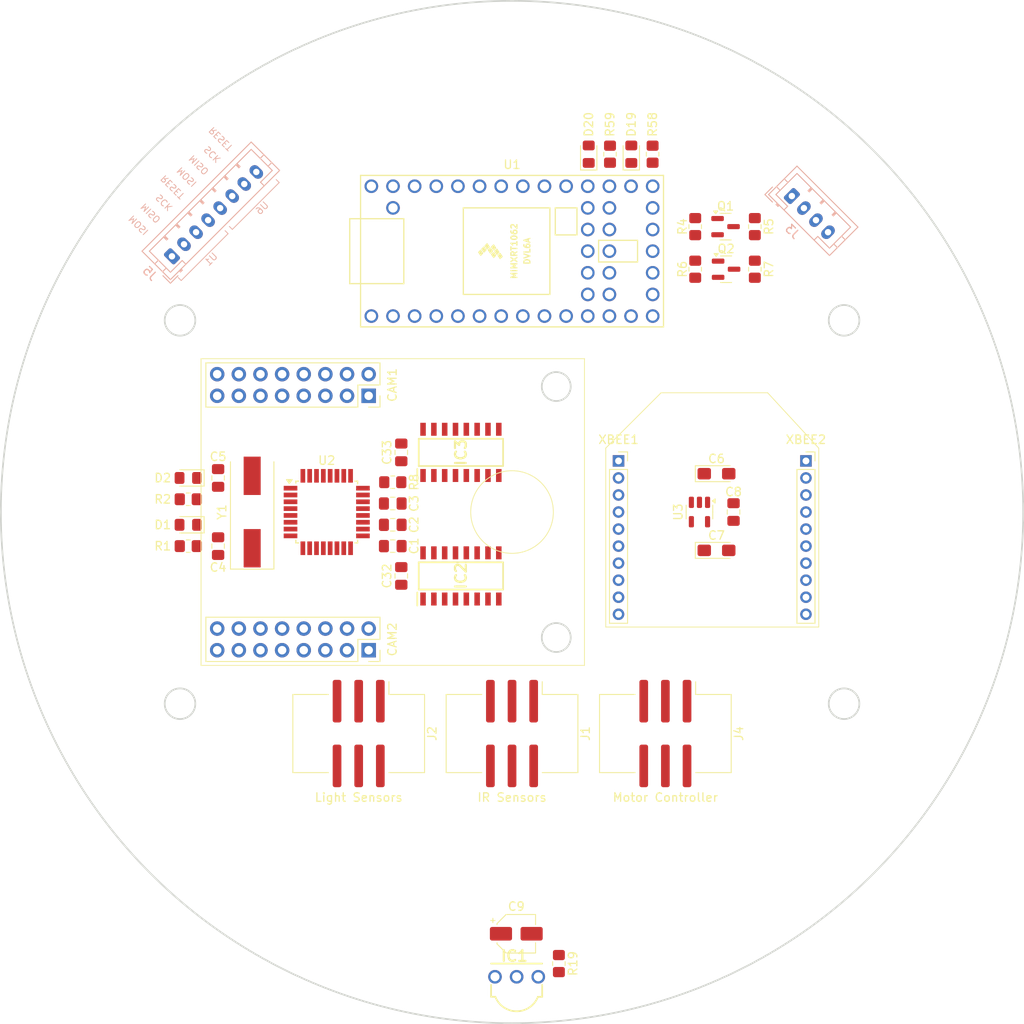
<source format=kicad_pcb>
(kicad_pcb (version 20241229) (generator "pcbnew") (generator_version "9.0")
  (layers (0 "F.Cu" signal) (2 "B.Cu" signal) (13 "F.Paste" user) (15 "B.Paste" user) (5 "F.SilkS" user "F.Silkscreen") (7 "B.SilkS" user "B.Silkscreen") (1 "F.Mask" user) (3 "B.Mask" user) (25 "Edge.Cuts" user))
  (net 0 "")
  (net 1 "GND")
  (net 2 "+5V")
  (net 3 "Net-(U2-AREF)")
  (net 4 "Net-(U2-XTAL2{slash}PB7)")
  (net 5 "Net-(U2-XTAL1{slash}PB6)")
  (net 6 "Net-(D1-A)")
  (net 7 "Net-(D2-A)")
  (net 8 "Net-(D19-A)")
  (net 9 "Net-(D20-A)")
  (net 10 "Net-(J1-Pin_4)")
  (net 11 "Net-(J1-Pin_1)")
  (net 12 "Net-(J1-Pin_3)")
  (net 13 "Net-(J1-Pin_5)")
  (net 14 "5V_SDA")
  (net 15 "5V_SCL")
  (net 16 "3V3_SDA")
  (net 17 "+3V3")
  (net 18 "3V3_SCL")
  (net 19 "Net-(U2-PB2)")
  (net 20 "STATUS_RED")
  (net 21 "STATUS_GREEN")
  (net 57 "IRC_3_A2")
  (net 59 "IRC_1_A1")
  (net 60 "IRC_1_A0")
  (net 61 "IR_CLUSTER_1")
  (net 62 "IRC_2_A2")
  (net 65 "IR_CLUSTER_2")
  (net 67 "IR_CLUSTER_3")
  (net 69 "IRC_2_A0")
  (net 70 "IRC_3_A0")
  (net 71 "IRC_2_A1")
  (net 72 "IRC_1_A2")
  (net 74 "IRC_3_A1")
  (net 84 "CAMERA_RX")
  (net 85 "CAMERA_TX")
  (net 104 "SCK_U1")
  (net 105 "MOSI_U1")
  (net 106 "RESET_U1")
  (net 107 "MISO_U1")
  (net 108 "SCK_U6")
  (net 109 "RESET_U6")
  (net 110 "MISO_U6")
  (net 111 "MOSI_U6")
  (net 112 "+3V3_XBEE")
  (net 114 "COM_TX")
  (net 119 "COM_RX")
  (net 120 "XBEE_RSSI")
  (net 155 "Net-(IC1-VS)")
  (net 156 "Net-(IC1-OUT)")
  (footprint "Crystal:Crystal_SMD_HC49-SD" (layer "F.Cu") (at -30.5 0 90)
    (property "Reference" "Y1" (at 0 -3.55 90) (layer "F.SilkS"))
    (property "Value" "Crystal")
    (pad "1" smd rect (at -4.25 0 90) (size 4.5 2) (layers "F.Cu" "F.Mask" "F.Paste") (net 4 "Net-(U2-XTAL2{slash}PB7)"))
    (pad "2" smd rect (at 4.25 0 90) (size 4.5 2) (layers "F.Cu" "F.Mask" "F.Paste") (net 5 "Net-(U2-XTAL1{slash}PB6)"))
  )
  (footprint "TSOP4038:TSSP4038" (layer "F.Cu") (at 0.54 56)
    (property "Reference" "IC1" (at -0.266 -3.887 0) (layer "F.SilkS") (effects (font (size 1.27 1.27) (thickness 0.254))))
    (property "Value" "TSSP4038" (hide yes))
    (pad "1" thru_hole circle (at -2.54 -1.45) (size 1.6 1.6) (drill 1.06) (layers "*.Cu" "*.Mask") (net 156 "Net-(IC1-OUT)"))
    (pad "2" thru_hole circle (at 0 -1.45) (size 1.6 1.6) (drill 1.06) (layers "*.Cu" "*.Mask") (net 1 "GND"))
    (pad "3" thru_hole circle (at 2.54 -1.45) (size 1.6 1.6) (drill 1.06) (layers "*.Cu" "*.Mask") (net 155 "Net-(IC1-VS)"))
  )
  (footprint "LED_SMD:LED_0805_2012Metric_Pad1.15x1.40mm_HandSolder" (layer "F.Cu") (at -38 1.5 180)
    (property "Reference" "D1" (at 3 0 0) (layer "F.SilkS"))
    (property "Value" "GREEN_LED")
    (pad "1" smd roundrect (at -1.025 0 180) (size 1.15 1.4) (layers "F.Cu" "F.Mask" "F.Paste") (roundrect_rratio 0.217391) (net 1 "GND"))
    (pad "2" smd roundrect (at 1.025 0 180) (size 1.15 1.4) (layers "F.Cu" "F.Mask" "F.Paste") (roundrect_rratio 0.217391) (net 6 "Net-(D1-A)"))
  )
  (footprint "Capacitor_SMD:C_0805_2012Metric_Pad1.18x1.45mm_HandSolder" (layer "F.Cu") (at -14 4 180)
    (property "Reference" "C1" (at -2.5 0.02 90) (layer "F.SilkS"))
    (property "Value" "100nF")
    (pad "1" smd roundrect (at -1.0375 0 180) (size 1.175 1.45) (layers "F.Cu" "F.Mask" "F.Paste") (roundrect_rratio 0.212766) (net 1 "GND"))
    (pad "2" smd roundrect (at 1.0375 0 180) (size 1.175 1.45) (layers "F.Cu" "F.Mask" "F.Paste") (roundrect_rratio 0.212766) (net 2 "+5V"))
  )
  (footprint "Connector_IDC:IDC-Header_2x03_P2.54mm_Vertical_SMD" (layer "F.Cu") (at 18 26 -90)
    (property "Reference" "J4" (at 0 -8.62 90) (layer "F.SilkS"))
    (property "Value" "Conn_02x03_Odd_Even")
    (pad "1" smd roundrect (at -3.8 -2.54 270) (size 5 1.02) (layers "F.Cu" "F.Mask" "F.Paste") (net 110 "MISO_U6"))
    (pad "2" smd roundrect (at 3.8 -2.54 270) (size 5 1.02) (layers "F.Cu" "F.Mask" "F.Paste") (net 2 "+5V"))
    (pad "3" smd roundrect (at -3.8 0 270) (size 5 1.02) (layers "F.Cu" "F.Mask" "F.Paste") (net 108 "SCK_U6"))
    (pad "4" smd roundrect (at 3.8 0 270) (size 5 1.02) (layers "F.Cu" "F.Mask" "F.Paste") (net 111 "MOSI_U6"))
    (pad "5" smd roundrect (at -3.8 2.54 270) (size 5 1.02) (layers "F.Cu" "F.Mask" "F.Paste") (net 109 "RESET_U6"))
    (pad "6" smd roundrect (at 3.8 2.54 270) (size 5 1.02) (layers "F.Cu" "F.Mask" "F.Paste") (net 1 "GND"))
  )
  (footprint "Resistor_SMD:R_0805_2012Metric_Pad1.20x1.40mm_HandSolder" (layer "F.Cu") (at 21.5 -28.5 -90)
    (property "Reference" "R6" (at 0 1.5 90) (layer "F.SilkS"))
    (property "Value" "10k")
    (pad "1" smd roundrect (at -1 0 270) (size 1.2 1.4) (layers "F.Cu" "F.Mask" "F.Paste") (roundrect_rratio 0.208333) (net 17 "+3V3"))
    (pad "2" smd roundrect (at 1 0 270) (size 1.2 1.4) (layers "F.Cu" "F.Mask" "F.Paste") (roundrect_rratio 0.208333) (net 18 "3V3_SCL"))
  )
  (footprint "ADG608BRZ:SOIC127P600X175-16N" (layer "F.Cu") (at -6 -7 90)
    (property "Reference" "IC3" (at 0 0 90) (layer "F.SilkS") (effects (font (size 1.27 1.27) (thickness 0.254))))
    (property "Value" "ADG608BRZ" (hide yes))
    (pad "1" smd rect (at -2.712 -4.445 180) (size 0.65 1.525) (layers "F.Cu" "F.Mask" "F.Paste"))
    (pad "2" smd rect (at -2.712 -3.175 180) (size 0.65 1.525) (layers "F.Cu" "F.Mask" "F.Paste") (net 2 "+5V"))
    (pad "3" smd rect (at -2.712 -1.905 180) (size 0.65 1.525) (layers "F.Cu" "F.Mask" "F.Paste") (net 1 "GND"))
    (pad "4" smd rect (at -2.712 -0.635 180) (size 0.65 1.525) (layers "F.Cu" "F.Mask" "F.Paste"))
    (pad "5" smd rect (at -2.712 0.635 180) (size 0.65 1.525) (layers "F.Cu" "F.Mask" "F.Paste"))
    (pad "6" smd rect (at -2.712 1.905 180) (size 0.65 1.525) (layers "F.Cu" "F.Mask" "F.Paste"))
    (pad "7" smd rect (at -2.712 3.175 180) (size 0.65 1.525) (layers "F.Cu" "F.Mask" "F.Paste"))
    (pad "8" smd rect (at -2.712 4.445 180) (size 0.65 1.525) (layers "F.Cu" "F.Mask" "F.Paste"))
    (pad "9" smd rect (at 2.712 4.445 180) (size 0.65 1.525) (layers "F.Cu" "F.Mask" "F.Paste"))
    (pad "10" smd rect (at 2.712 3.175 180) (size 0.65 1.525) (layers "F.Cu" "F.Mask" "F.Paste"))
    (pad "11" smd rect (at 2.712 1.905 180) (size 0.65 1.525) (layers "F.Cu" "F.Mask" "F.Paste"))
    (pad "12" smd rect (at 2.712 0.635 180) (size 0.65 1.525) (layers "F.Cu" "F.Mask" "F.Paste"))
    (pad "13" smd rect (at 2.712 -0.635 180) (size 0.65 1.525) (layers "F.Cu" "F.Mask" "F.Paste") (net 2 "+5V"))
    (pad "14" smd rect (at 2.712 -1.905 180) (size 0.65 1.525) (layers "F.Cu" "F.Mask" "F.Paste") (net 1 "GND"))
    (pad "15" smd rect (at 2.712 -3.175 180) (size 0.65 1.525) (layers "F.Cu" "F.Mask" "F.Paste"))
    (pad "16" smd rect (at 2.712 -4.445 180) (size 0.65 1.525) (layers "F.Cu" "F.Mask" "F.Paste"))
  )
  (footprint "Resistor_SMD:R_0805_2012Metric_Pad1.20x1.40mm_HandSolder" (layer "F.Cu") (at 28.5 -28.5 -90)
    (property "Reference" "R7" (at 0 -1.65 90) (layer "F.SilkS"))
    (property "Value" "10k")
    (pad "1" smd roundrect (at -1 0 270) (size 1.2 1.4) (layers "F.Cu" "F.Mask" "F.Paste") (roundrect_rratio 0.208333) (net 2 "+5V"))
    (pad "2" smd roundrect (at 1 0 270) (size 1.2 1.4) (layers "F.Cu" "F.Mask" "F.Paste") (roundrect_rratio 0.208333) (net 15 "5V_SCL"))
  )
  (footprint "Resistor_SMD:R_0805_2012Metric_Pad1.20x1.40mm_HandSolder" (layer "F.Cu") (at -14 -3.5)
    (property "Reference" "R8" (at 2.5 0 90) (layer "F.SilkS"))
    (property "Value" "10k")
    (pad "1" smd roundrect (at -1 0) (size 1.2 1.4) (layers "F.Cu" "F.Mask" "F.Paste") (roundrect_rratio 0.208333) (net 13 "Net-(J1-Pin_5)"))
    (pad "2" smd roundrect (at 1 0) (size 1.2 1.4) (layers "F.Cu" "F.Mask" "F.Paste") (roundrect_rratio 0.208333) (net 1 "GND"))
  )
  (footprint "LED_SMD:LED_0805_2012Metric_Pad1.15x1.40mm_HandSolder" (layer "F.Cu") (at -38 -4 180)
    (property "Reference" "D2" (at 3 0 0) (layer "F.SilkS"))
    (property "Value" "RED_LED")
    (pad "1" smd roundrect (at -1.025 0 180) (size 1.15 1.4) (layers "F.Cu" "F.Mask" "F.Paste") (roundrect_rratio 0.217391) (net 1 "GND"))
    (pad "2" smd roundrect (at 1.025 0 180) (size 1.15 1.4) (layers "F.Cu" "F.Mask" "F.Paste") (roundrect_rratio 0.217391) (net 7 "Net-(D2-A)"))
  )
  (footprint "Resistor_SMD:R_0805_2012Metric_Pad1.20x1.40mm_HandSolder" (layer "F.Cu") (at 16.5 -42 90)
    (property "Reference" "R58" (at 3.5 0 90) (layer "F.SilkS"))
    (property "Value" "330")
    (pad "1" smd roundrect (at -1 0 90) (size 1.2 1.4) (layers "F.Cu" "F.Mask" "F.Paste") (roundrect_rratio 0.208333) (net 20 "STATUS_RED"))
    (pad "2" smd roundrect (at 1 0 90) (size 1.2 1.4) (layers "F.Cu" "F.Mask" "F.Paste") (roundrect_rratio 0.208333) (net 8 "Net-(D19-A)"))
  )
  (footprint "Teensy:Teensy40" (layer "F.Cu") (at 0 -30.62)
    (property "Reference" "U1" (at 0 -10.16 0) (layer "F.SilkS"))
    (property "Value" "Teensy4.0")
    (fp_text user "MIMXRT1062" (at 0.254 0 90) (layer "F.SilkS") (effects (font (size 0.7 0.7))))
    (fp_text user "DVL6A" (at 1.778 0 90) (layer "F.SilkS") (effects (font (size 0.7 0.7))))
    (pad "1" thru_hole circle (at -16.51 7.62) (size 1.6 1.6) (drill 1.1) (layers "*.Cu" "*.Mask") (net 1 "GND"))
    (pad "2" thru_hole circle (at -13.97 7.62) (size 1.6 1.6) (drill 1.1) (layers "*.Cu" "*.Mask"))
    (pad "3" thru_hole circle (at -11.43 7.62) (size 1.6 1.6) (drill 1.1) (layers "*.Cu" "*.Mask"))
    (pad "4" thru_hole circle (at -8.89 7.62) (size 1.6 1.6) (drill 1.1) (layers "*.Cu" "*.Mask"))
    (pad "5" thru_hole circle (at -6.35 7.62) (size 1.6 1.6) (drill 1.1) (layers "*.Cu" "*.Mask"))
    (pad "6" thru_hole circle (at -3.81 7.62) (size 1.6 1.6) (drill 1.1) (layers "*.Cu" "*.Mask"))
    (pad "7" thru_hole circle (at -1.27 7.62) (size 1.6 1.6) (drill 1.1) (layers "*.Cu" "*.Mask"))
    (pad "8" thru_hole circle (at 1.27 7.62) (size 1.6 1.6) (drill 1.1) (layers "*.Cu" "*.Mask"))
    (pad "9" thru_hole circle (at 3.81 7.62) (size 1.6 1.6) (drill 1.1) (layers "*.Cu" "*.Mask"))
    (pad "10" thru_hole circle (at 6.35 7.62) (size 1.6 1.6) (drill 1.1) (layers "*.Cu" "*.Mask"))
    (pad "11" thru_hole circle (at 8.89 7.62) (size 1.6 1.6) (drill 1.1) (layers "*.Cu" "*.Mask") (net 21 "STATUS_GREEN"))
    (pad "12" thru_hole circle (at 11.43 7.62) (size 1.6 1.6) (drill 1.1) (layers "*.Cu" "*.Mask"))
    (pad "13" thru_hole circle (at 13.97 7.62) (size 1.6 1.6) (drill 1.1) (layers "*.Cu" "*.Mask"))
    (pad "14" thru_hole circle (at 16.51 7.62) (size 1.6 1.6) (drill 1.1) (layers "*.Cu" "*.Mask"))
    (pad "15" thru_hole circle (at 16.51 5.08) (size 1.6 1.6) (drill 1.1) (layers "*.Cu" "*.Mask"))
    (pad "16" thru_hole circle (at 16.51 2.54) (size 1.6 1.6) (drill 1.1) (layers "*.Cu" "*.Mask"))
    (pad "17" thru_hole circle (at 16.51 0) (size 1.6 1.6) (drill 1.1) (layers "*.Cu" "*.Mask") (net 1 "GND"))
    (pad "18" thru_hole circle (at 16.51 -2.54) (size 1.6 1.6) (drill 1.1) (layers "*.Cu" "*.Mask"))
    (pad "19" thru_hole circle (at 16.51 -5.08) (size 1.6 1.6) (drill 1.1) (layers "*.Cu" "*.Mask"))
    (pad "20" thru_hole circle (at 16.51 -7.62) (size 1.6 1.6) (drill 1.1) (layers "*.Cu" "*.Mask") (net 20 "STATUS_RED"))
    (pad "21" thru_hole circle (at 13.97 -7.62) (size 1.6 1.6) (drill 1.1) (layers "*.Cu" "*.Mask"))
    (pad "22" thru_hole circle (at 11.43 -7.62) (size 1.6 1.6) (drill 1.1) (layers "*.Cu" "*.Mask"))
    (pad "23" thru_hole circle (at 8.89 -7.62) (size 1.6 1.6) (drill 1.1) (layers "*.Cu" "*.Mask"))
    (pad "24" thru_hole circle (at 6.35 -7.62) (size 1.6 1.6) (drill 1.1) (layers "*.Cu" "*.Mask"))
    (pad "25" thru_hole circle (at 3.81 -7.62) (size 1.6 1.6) (drill 1.1) (layers "*.Cu" "*.Mask") (net 16 "3V3_SDA"))
    (pad "26" thru_hole circle (at 1.27 -7.62) (size 1.6 1.6) (drill 1.1) (layers "*.Cu" "*.Mask") (net 18 "3V3_SCL"))
    (pad "27" thru_hole circle (at -1.27 -7.62) (size 1.6 1.6) (drill 1.1) (layers "*.Cu" "*.Mask"))
    (pad "28" thru_hole circle (at -3.81 -7.62) (size 1.6 1.6) (drill 1.1) (layers "*.Cu" "*.Mask"))
    (pad "29" thru_hole circle (at -6.35 -7.62) (size 1.6 1.6) (drill 1.1) (layers "*.Cu" "*.Mask"))
    (pad "30" thru_hole circle (at -8.89 -7.62) (size 1.6 1.6) (drill 1.1) (layers "*.Cu" "*.Mask"))
    (pad "31" thru_hole circle (at -11.43 -7.62) (size 1.6 1.6) (drill 1.1) (layers "*.Cu" "*.Mask") (net 17 "+3V3"))
    (pad "32" thru_hole circle (at -13.97 -7.62) (size 1.6 1.6) (drill 1.1) (layers "*.Cu" "*.Mask") (net 1 "GND"))
    (pad "33" thru_hole circle (at -16.51 -7.62) (size 1.6 1.6) (drill 1.1) (layers "*.Cu" "*.Mask") (net 2 "+5V"))
    (pad "34" thru_hole circle (at -13.97 -5.08) (size 1.6 1.6) (drill 1.1) (layers "*.Cu" "*.Mask"))
    (pad "35" thru_hole circle (at 11.43 -5.08) (size 1.6 1.6) (drill 1.1) (layers "*.Cu" "*.Mask"))
    (pad "36" thru_hole circle (at 8.89 -5.08) (size 1.6 1.6) (drill 1.1) (layers "*.Cu" "*.Mask"))
    (pad "37" thru_hole circle (at 11.43 -2.54) (size 1.6 1.6) (drill 1.1) (layers "*.Cu" "*.Mask"))
    (pad "38" thru_hole circle (at 8.89 -2.54) (size 1.6 1.6) (drill 1.1) (layers "*.Cu" "*.Mask"))
    (pad "39" thru_hole circle (at 11.43 0) (size 1.6 1.6) (drill 1.1) (layers "*.Cu" "*.Mask"))
    (pad "40" thru_hole circle (at 8.89 0) (size 1.6 1.6) (drill 1.1) (layers "*.Cu" "*.Mask"))
    (pad "41" thru_hole circle (at 11.43 2.54) (size 1.6 1.6) (drill 1.1) (layers "*.Cu" "*.Mask"))
    (pad "42" thru_hole circle (at 8.89 2.54) (size 1.6 1.6) (drill 1.1) (layers "*.Cu" "*.Mask"))
    (pad "43" thru_hole circle (at 11.43 5.08) (size 1.6 1.6) (drill 1.1) (layers "*.Cu" "*.Mask"))
    (pad "44" thru_hole circle (at 8.89 5.08) (size 1.6 1.6) (drill 1.1) (layers "*.Cu" "*.Mask"))
  )
  (footprint "Connector_PinSocket_2.54mm:PinSocket_2x08_P2.54mm_Vertical" (layer "F.Cu") (at -16.827165 16.218 -90)
    (property "Reference" "CAM2" (at -1.27 -2.77 90) (layer "F.SilkS"))
    (property "Value" "Conn_02x08_Top_Bottom")
    (pad "1" thru_hole rect (at 0 0 270) (size 1.7 1.7) (drill 1) (layers "*.Cu" "*.Mask"))
    (pad "2" thru_hole oval (at -2.54 0 270) (size 1.7 1.7) (drill 1) (layers "*.Cu" "*.Mask"))
    (pad "3" thru_hole oval (at 0 2.54 270) (size 1.7 1.7) (drill 1) (layers "*.Cu" "*.Mask"))
    (pad "4" thru_hole oval (at -2.54 2.54 270) (size 1.7 1.7) (drill 1) (layers "*.Cu" "*.Mask"))
    (pad "5" thru_hole oval (at 0 5.08 270) (size 1.7 1.7) (drill 1) (layers "*.Cu" "*.Mask"))
    (pad "6" thru_hole oval (at -2.54 5.08 270) (size 1.7 1.7) (drill 1) (layers "*.Cu" "*.Mask"))
    (pad "7" thru_hole oval (at 0 7.62 270) (size 1.7 1.7) (drill 1) (layers "*.Cu" "*.Mask"))
    (pad "8" thru_hole oval (at -2.54 7.62 270) (size 1.7 1.7) (drill 1) (layers "*.Cu" "*.Mask"))
    (pad "9" thru_hole oval (at 0 10.16 270) (size 1.7 1.7) (drill 1) (layers "*.Cu" "*.Mask"))
    (pad "10" thru_hole oval (at -2.54 10.16 270) (size 1.7 1.7) (drill 1) (layers "*.Cu" "*.Mask"))
    (pad "11" thru_hole oval (at 0 12.7 270) (size 1.7 1.7) (drill 1) (layers "*.Cu" "*.Mask"))
    (pad "12" thru_hole oval (at -2.54 12.7 270) (size 1.7 1.7) (drill 1) (layers "*.Cu" "*.Mask"))
    (pad "13" thru_hole oval (at 0 15.24 270) (size 1.7 1.7) (drill 1) (layers "*.Cu" "*.Mask") (net 2 "+5V"))
    (pad "14" thru_hole oval (at -2.54 15.24 270) (size 1.7 1.7) (drill 1) (layers "*.Cu" "*.Mask"))
    (pad "15" thru_hole oval (at 0 17.78 270) (size 1.7 1.7) (drill 1) (layers "*.Cu" "*.Mask") (net 1 "GND"))
    (pad "16" thru_hole oval (at -2.54 17.78 270) (size 1.7 1.7) (drill 1) (layers "*.Cu" "*.Mask"))
  )
  (footprint "Resistor_SMD:R_0805_2012Metric_Pad1.20x1.40mm_HandSolder" (layer "F.Cu") (at 5.5 53 -90)
    (property "Reference" "R19" (at 0 -1.65 90) (layer "F.SilkS"))
    (property "Value" "100")
    (pad "1" smd roundrect (at -1 0 270) (size 1.2 1.4) (layers "F.Cu" "F.Mask" "F.Paste") (roundrect_rratio 0.208333) (net 2 "+5V"))
    (pad "2" smd roundrect (at 1 0 270) (size 1.2 1.4) (layers "F.Cu" "F.Mask" "F.Paste") (roundrect_rratio 0.208333) (net 155 "Net-(IC1-VS)"))
  )
  (footprint "Capacitor_SMD:C_0805_2012Metric_Pad1.18x1.45mm_HandSolder" (layer "F.Cu") (at -13 -7 90)
    (property "Reference" "C33" (at 0 -1.68 90) (layer "F.SilkS"))
    (property "Value" "100nF")
    (pad "1" smd roundrect (at -1.0375 0 90) (size 1.175 1.45) (layers "F.Cu" "F.Mask" "F.Paste") (roundrect_rratio 0.212766) (net 2 "+5V"))
    (pad "2" smd roundrect (at 1.0375 0 90) (size 1.175 1.45) (layers "F.Cu" "F.Mask" "F.Paste") (roundrect_rratio 0.212766) (net 1 "GND"))
  )
  (footprint "Package_TO_SOT_SMD:SOT-23" (layer "F.Cu") (at 25.125 -28.5)
    (property "Reference" "Q2" (at 0 -2.4 0) (layer "F.SilkS"))
    (property "Value" "BSS138")
    (pad "1" smd roundrect (at -0.9375 -0.95) (size 1.475 0.6) (layers "F.Cu" "F.Mask" "F.Paste") (net 17 "+3V3"))
    (pad "2" smd roundrect (at -0.9375 0.95) (size 1.475 0.6) (layers "F.Cu" "F.Mask" "F.Paste") (net 18 "3V3_SCL"))
    (pad "3" smd roundrect (at 0.9375 0) (size 1.475 0.6) (layers "F.Cu" "F.Mask" "F.Paste") (net 15 "5V_SCL"))
  )
  (footprint "Capacitor_SMD:CP_Elec_4x5.4" (layer "F.Cu") (at 0.5 49.5)
    (property "Reference" "C9" (at 0 -3.2 0) (layer "F.SilkS"))
    (property "Value" "C_Polarized")
    (pad "1" smd roundrect (at -1.8 0) (size 2.6 1.6) (layers "F.Cu" "F.Mask" "F.Paste") (roundrect_rratio 0.15625) (net 155 "Net-(IC1-VS)"))
    (pad "2" smd roundrect (at 1.8 0) (size 2.6 1.6) (layers "F.Cu" "F.Mask" "F.Paste") (roundrect_rratio 0.15625) (net 1 "GND"))
  )
  (footprint "Capacitor_SMD:C_0805_2012Metric_Pad1.18x1.45mm_HandSolder" (layer "F.Cu") (at -13 7.5 90)
    (property "Reference" "C32" (at 0 -1.68 90) (layer "F.SilkS"))
    (property "Value" "100nF")
    (pad "1" smd roundrect (at -1.0375 0 90) (size 1.175 1.45) (layers "F.Cu" "F.Mask" "F.Paste") (roundrect_rratio 0.212766) (net 2 "+5V"))
    (pad "2" smd roundrect (at 1.0375 0 90) (size 1.175 1.45) (layers "F.Cu" "F.Mask" "F.Paste") (roundrect_rratio 0.212766) (net 1 "GND"))
  )
  (footprint "Connector_PinSocket_2.00mm:PinSocket_1x10_P2.00mm_Vertical" (layer "F.Cu") (at 12.5 -6)
    (property "Reference" "XBEE1" (at 0 -2.5 0) (layer "F.SilkS"))
    (property "Value" "Conn_01x10")
    (pad "1" thru_hole rect (at 0 0) (size 1.35 1.35) (drill 0.8) (layers "*.Cu" "*.Mask") (net 17 "+3V3"))
    (pad "2" thru_hole oval (at 0 2) (size 1.35 1.35) (drill 0.8) (layers "*.Cu" "*.Mask") (net 119 "COM_RX"))
    (pad "3" thru_hole oval (at 0 4) (size 1.35 1.35) (drill 0.8) (layers "*.Cu" "*.Mask") (net 114 "COM_TX"))
    (pad "4" thru_hole oval (at 0 6) (size 1.35 1.35) (drill 0.8) (layers "*.Cu" "*.Mask"))
    (pad "5" thru_hole oval (at 0 8) (size 1.35 1.35) (drill 0.8) (layers "*.Cu" "*.Mask"))
    (pad "6" thru_hole oval (at 0 10) (size 1.35 1.35) (drill 0.8) (layers "*.Cu" "*.Mask") (net 120 "XBEE_RSSI"))
    (pad "7" thru_hole oval (at 0 12) (size 1.35 1.35) (drill 0.8) (layers "*.Cu" "*.Mask"))
    (pad "8" thru_hole oval (at 0 14) (size 1.35 1.35) (drill 0.8) (layers "*.Cu" "*.Mask"))
    (pad "9" thru_hole oval (at 0 16) (size 1.35 1.35) (drill 0.8) (layers "*.Cu" "*.Mask"))
    (pad "10" thru_hole oval (at 0 18) (size 1.35 1.35) (drill 0.8) (layers "*.Cu" "*.Mask") (net 1 "GND"))
  )
  (footprint "Resistor_SMD:R_0805_2012Metric_Pad1.20x1.40mm_HandSolder" (layer "F.Cu") (at -38 4 180)
    (property "Reference" "R1" (at 3 0 0) (layer "F.SilkS"))
    (property "Value" "330")
    (pad "1" smd roundrect (at -1 0 180) (size 1.2 1.4) (layers "F.Cu" "F.Mask" "F.Paste") (roundrect_rratio 0.208333) (net 19 "Net-(U2-PB2)"))
    (pad "2" smd roundrect (at 1 0 180) (size 1.2 1.4) (layers "F.Cu" "F.Mask" "F.Paste") (roundrect_rratio 0.208333) (net 6 "Net-(D1-A)"))
  )
  (footprint "Package_TO_SOT_SMD:SOT-23-5" (layer "F.Cu") (at 22 0 -90)
    (property "Reference" "U3" (at 0 2.5 90) (layer "F.SilkS"))
    (property "Value" "MIC5219-3.3YM5")
    (pad "1" smd roundrect (at -1.1375 -0.95 270) (size 1.325 0.6) (layers "F.Cu" "F.Mask" "F.Paste") (net 2 "+5V"))
    (pad "2" smd roundrect (at -1.1375 0 270) (size 1.325 0.6) (layers "F.Cu" "F.Mask" "F.Paste") (net 1 "GND"))
    (pad "3" smd roundrect (at -1.1375 0.95 270) (size 1.325 0.6) (layers "F.Cu" "F.Mask" "F.Paste") (net 2 "+5V"))
    (pad "4" smd roundrect (at 1.1375 0.95 270) (size 1.325 0.6) (layers "F.Cu" "F.Mask" "F.Paste"))
    (pad "5" smd roundrect (at 1.1375 -0.95 270) (size 1.325 0.6) (layers "F.Cu" "F.Mask" "F.Paste") (net 112 "+3V3_XBEE"))
  )
  (footprint "Package_TO_SOT_SMD:SOT-23" (layer "F.Cu") (at 25.0625 -33.5)
    (property "Reference" "Q1" (at 0 -2.4 0) (layer "F.SilkS"))
    (property "Value" "BSS138")
    (pad "1" smd roundrect (at -0.9375 -0.95) (size 1.475 0.6) (layers "F.Cu" "F.Mask" "F.Paste") (net 17 "+3V3"))
    (pad "2" smd roundrect (at -0.9375 0.95) (size 1.475 0.6) (layers "F.Cu" "F.Mask" "F.Paste") (net 16 "3V3_SDA"))
    (pad "3" smd roundrect (at 0.9375 0) (size 1.475 0.6) (layers "F.Cu" "F.Mask" "F.Paste") (net 14 "5V_SDA"))
  )
  (footprint "Capacitor_SMD:C_0805_2012Metric_Pad1.18x1.45mm_HandSolder" (layer "F.Cu") (at 26 0 90)
    (property "Reference" "C8" (at 2.3625 0 180) (layer "F.SilkS"))
    (property "Value" "0.1uF")
    (pad "1" smd roundrect (at -1.0375 0 90) (size 1.175 1.45) (layers "F.Cu" "F.Mask" "F.Paste") (roundrect_rratio 0.212766) (net 112 "+3V3_XBEE"))
    (pad "2" smd roundrect (at 1.0375 0 90) (size 1.175 1.45) (layers "F.Cu" "F.Mask" "F.Paste") (roundrect_rratio 0.212766) (net 1 "GND"))
  )
  (footprint "Resistor_SMD:R_0805_2012Metric_Pad1.20x1.40mm_HandSolder" (layer "F.Cu") (at 11.5 -42 90)
    (property "Reference" "R59" (at 3.5 0 90) (layer "F.SilkS"))
    (property "Value" "330")
    (pad "1" smd roundrect (at -1 0 90) (size 1.2 1.4) (layers "F.Cu" "F.Mask" "F.Paste") (roundrect_rratio 0.208333) (net 21 "STATUS_GREEN"))
    (pad "2" smd roundrect (at 1 0 90) (size 1.2 1.4) (layers "F.Cu" "F.Mask" "F.Paste") (roundrect_rratio 0.208333) (net 9 "Net-(D20-A)"))
  )
  (footprint "Connector_IDC:IDC-Header_2x03_P2.54mm_Vertical_SMD" (layer "F.Cu") (at -18 26 -90)
    (property "Reference" "J2" (at 0 -8.62 90) (layer "F.SilkS"))
    (property "Value" "Conn_02x03_Odd_Even")
    (pad "1" smd roundrect (at -3.8 -2.54 270) (size 5 1.02) (layers "F.Cu" "F.Mask" "F.Paste") (net 107 "MISO_U1"))
    (pad "2" smd roundrect (at 3.8 -2.54 270) (size 5 1.02) (layers "F.Cu" "F.Mask" "F.Paste") (net 2 "+5V"))
    (pad "3" smd roundrect (at -3.8 0 270) (size 5 1.02) (layers "F.Cu" "F.Mask" "F.Paste") (net 104 "SCK_U1"))
    (pad "4" smd roundrect (at 3.8 0 270) (size 5 1.02) (layers "F.Cu" "F.Mask" "F.Paste") (net 105 "MOSI_U1"))
    (pad "5" smd roundrect (at -3.8 2.54 270) (size 5 1.02) (layers "F.Cu" "F.Mask" "F.Paste") (net 106 "RESET_U1"))
    (pad "6" smd roundrect (at 3.8 2.54 270) (size 5 1.02) (layers "F.Cu" "F.Mask" "F.Paste") (net 1 "GND"))
  )
  (footprint "Capacitor_SMD:C_0805_2012Metric_Pad1.18x1.45mm_HandSolder" (layer "F.Cu") (at -34.5 4 -90)
    (property "Reference" "C4" (at 2.5 0 180) (layer "F.SilkS"))
    (property "Value" "22pF")
    (pad "1" smd roundrect (at -1.0375 0 270) (size 1.175 1.45) (layers "F.Cu" "F.Mask" "F.Paste") (roundrect_rratio 0.212766) (net 1 "GND"))
    (pad "2" smd roundrect (at 1.0375 0 270) (size 1.175 1.45) (layers "F.Cu" "F.Mask" "F.Paste") (roundrect_rratio 0.212766) (net 4 "Net-(U2-XTAL2{slash}PB7)"))
  )
  (footprint "LED_SMD:LED_0805_2012Metric_Pad1.15x1.40mm_HandSolder" (layer "F.Cu") (at 14 -42 90)
    (property "Reference" "D19" (at 3.5 0 90) (layer "F.SilkS"))
    (property "Value" "RED_LED")
    (pad "1" smd roundrect (at -1.025 0 90) (size 1.15 1.4) (layers "F.Cu" "F.Mask" "F.Paste") (roundrect_rratio 0.217391) (net 1 "GND"))
    (pad "2" smd roundrect (at 1.025 0 90) (size 1.15 1.4) (layers "F.Cu" "F.Mask" "F.Paste") (roundrect_rratio 0.217391) (net 8 "Net-(D19-A)"))
  )
  (footprint "Capacitor_SMD:C_0805_2012Metric_Pad1.18x1.45mm_HandSolder" (layer "F.Cu") (at -14 -1 180)
    (property "Reference" "C3" (at -2.5 0 90) (layer "F.SilkS"))
    (property "Value" "100nF")
    (pad "1" smd roundrect (at -1.0375 0 180) (size 1.175 1.45) (layers "F.Cu" "F.Mask" "F.Paste") (roundrect_rratio 0.212766) (net 3 "Net-(U2-AREF)"))
    (pad "2" smd roundrect (at 1.0375 0 180) (size 1.175 1.45) (layers "F.Cu" "F.Mask" "F.Paste") (roundrect_rratio 0.212766) (net 1 "GND"))
  )
  (footprint "Resistor_SMD:R_0805_2012Metric_Pad1.20x1.40mm_HandSolder" (layer "F.Cu") (at 28.5 -33.5 -90)
    (property "Reference" "R5" (at 0 -1.65 90) (layer "F.SilkS"))
    (property "Value" "10k")
    (pad "1" smd roundrect (at -1 0 270) (size 1.2 1.4) (layers "F.Cu" "F.Mask" "F.Paste") (roundrect_rratio 0.208333) (net 2 "+5V"))
    (pad "2" smd roundrect (at 1 0 270) (size 1.2 1.4) (layers "F.Cu" "F.Mask" "F.Paste") (roundrect_rratio 0.208333) (net 14 "5V_SDA"))
  )
  (footprint "Capacitor_Tantalum_SMD:CP_EIA-3216-12_Kemet-S_Pad1.58x1.35mm_HandSolder" (layer "F.Cu") (at 24 4.5)
    (property "Reference" "C7" (at 0 -1.75 0) (layer "F.SilkS"))
    (property "Value" "10uF")
    (pad "1" smd roundrect (at -1.4375 0) (size 1.575 1.35) (layers "F.Cu" "F.Mask" "F.Paste") (roundrect_rratio 0.185185) (net 112 "+3V3_XBEE"))
    (pad "2" smd roundrect (at 1.4375 0) (size 1.575 1.35) (layers "F.Cu" "F.Mask" "F.Paste") (roundrect_rratio 0.185185) (net 1 "GND"))
  )
  (footprint "Connector_PinSocket_2.00mm:PinSocket_1x10_P2.00mm_Vertical" (layer "F.Cu") (at 34.5 -6)
    (property "Reference" "XBEE2" (at 0 -2.5 0) (layer "F.SilkS"))
    (property "Value" "Conn_01x10")
    (pad "1" thru_hole rect (at 0 0) (size 1.35 1.35) (drill 0.8) (layers "*.Cu" "*.Mask"))
    (pad "2" thru_hole oval (at 0 2) (size 1.35 1.35) (drill 0.8) (layers "*.Cu" "*.Mask"))
    (pad "3" thru_hole oval (at 0 4) (size 1.35 1.35) (drill 0.8) (layers "*.Cu" "*.Mask"))
    (pad "4" thru_hole oval (at 0 6) (size 1.35 1.35) (drill 0.8) (layers "*.Cu" "*.Mask"))
    (pad "5" thru_hole oval (at 0 8) (size 1.35 1.35) (drill 0.8) (layers "*.Cu" "*.Mask"))
    (pad "6" thru_hole oval (at 0 10) (size 1.35 1.35) (drill 0.8) (layers "*.Cu" "*.Mask"))
    (pad "7" thru_hole oval (at 0 12) (size 1.35 1.35) (drill 0.8) (layers "*.Cu" "*.Mask"))
    (pad "8" thru_hole oval (at 0 14) (size 1.35 1.35) (drill 0.8) (layers "*.Cu" "*.Mask"))
    (pad "9" thru_hole oval (at 0 16) (size 1.35 1.35) (drill 0.8) (layers "*.Cu" "*.Mask"))
    (pad "10" thru_hole oval (at 0 18) (size 1.35 1.35) (drill 0.8) (layers "*.Cu" "*.Mask"))
  )
  (footprint "Package_QFP:TQFP-32_7x7mm_P0.8mm" (layer "F.Cu") (at -21.75 0)
    (property "Reference" "U2" (at 0 -6.05 0) (layer "F.SilkS"))
    (property "Value" "ATmega328PB-A")
    (pad "1" smd rect (at -4.25 -2.8) (size 1.6 0.55) (layers "F.Cu" "F.Mask" "F.Paste") (net 69 "IRC_2_A0"))
    (pad "2" smd rect (at -4.25 -2) (size 1.6 0.55) (layers "F.Cu" "F.Mask" "F.Paste") (net 71 "IRC_2_A1"))
    (pad "3" smd rect (at -4.25 -1.2) (size 1.6 0.55) (layers "F.Cu" "F.Mask" "F.Paste"))
    (pad "4" smd rect (at -4.25 -0.4) (size 1.6 0.55) (layers "F.Cu" "F.Mask" "F.Paste") (net 2 "+5V"))
    (pad "5" smd rect (at -4.25 0.4) (size 1.6 0.55) (layers "F.Cu" "F.Mask" "F.Paste") (net 1 "GND"))
    (pad "6" smd rect (at -4.25 1.2) (size 1.6 0.55) (layers "F.Cu" "F.Mask" "F.Paste"))
    (pad "7" smd rect (at -4.25 2) (size 1.6 0.55) (layers "F.Cu" "F.Mask" "F.Paste") (net 5 "Net-(U2-XTAL1{slash}PB6)"))
    (pad "8" smd rect (at -4.25 2.8) (size 1.6 0.55) (layers "F.Cu" "F.Mask" "F.Paste") (net 4 "Net-(U2-XTAL2{slash}PB7)"))
    (pad "9" smd rect (at -2.8 4.25 90) (size 1.6 0.55) (layers "F.Cu" "F.Mask" "F.Paste") (net 62 "IRC_2_A2"))
    (pad "10" smd rect (at -2 4.25 90) (size 1.6 0.55) (layers "F.Cu" "F.Mask" "F.Paste") (net 70 "IRC_3_A0"))
    (pad "11" smd rect (at -1.2 4.25 90) (size 1.6 0.55) (layers "F.Cu" "F.Mask" "F.Paste") (net 74 "IRC_3_A1"))
    (pad "12" smd rect (at -0.4 4.25 90) (size 1.6 0.55) (layers "F.Cu" "F.Mask" "F.Paste") (net 57 "IRC_3_A2"))
    (pad "13" smd rect (at 0.4 4.25 90) (size 1.6 0.55) (layers "F.Cu" "F.Mask" "F.Paste"))
    (pad "14" smd rect (at 1.2 4.25 90) (size 1.6 0.55) (layers "F.Cu" "F.Mask" "F.Paste") (net 19 "Net-(U2-PB2)"))
    (pad "15" smd rect (at 2 4.25 90) (size 1.6 0.55) (layers "F.Cu" "F.Mask" "F.Paste") (net 10 "Net-(J1-Pin_4)"))
    (pad "16" smd rect (at 2.8 4.25 90) (size 1.6 0.55) (layers "F.Cu" "F.Mask" "F.Paste") (net 11 "Net-(J1-Pin_1)"))
    (pad "17" smd rect (at 4.25 2.8) (size 1.6 0.55) (layers "F.Cu" "F.Mask" "F.Paste") (net 12 "Net-(J1-Pin_3)"))
    (pad "18" smd rect (at 4.25 2) (size 1.6 0.55) (layers "F.Cu" "F.Mask" "F.Paste") (net 2 "+5V"))
    (pad "19" smd rect (at 4.25 1.2) (size 1.6 0.55) (layers "F.Cu" "F.Mask" "F.Paste"))
    (pad "20" smd rect (at 4.25 0.4) (size 1.6 0.55) (layers "F.Cu" "F.Mask" "F.Paste") (net 3 "Net-(U2-AREF)"))
    (pad "21" smd rect (at 4.25 -0.4) (size 1.6 0.55) (layers "F.Cu" "F.Mask" "F.Paste") (net 1 "GND"))
    (pad "22" smd rect (at 4.25 -1.2) (size 1.6 0.55) (layers "F.Cu" "F.Mask" "F.Paste"))
    (pad "23" smd rect (at 4.25 -2) (size 1.6 0.55) (layers "F.Cu" "F.Mask" "F.Paste") (net 61 "IR_CLUSTER_1"))
    (pad "24" smd rect (at 4.25 -2.8) (size 1.6 0.55) (layers "F.Cu" "F.Mask" "F.Paste") (net 65 "IR_CLUSTER_2"))
    (pad "25" smd rect (at 2.8 -4.25 90) (size 1.6 0.55) (layers "F.Cu" "F.Mask" "F.Paste") (net 67 "IR_CLUSTER_3"))
    (pad "26" smd rect (at 2 -4.25 90) (size 1.6 0.55) (layers "F.Cu" "F.Mask" "F.Paste"))
    (pad "27" smd rect (at 1.2 -4.25 90) (size 1.6 0.55) (layers "F.Cu" "F.Mask" "F.Paste") (net 14 "5V_SDA"))
    (pad "28" smd rect (at 0.4 -4.25 90) (size 1.6 0.55) (layers "F.Cu" "F.Mask" "F.Paste") (net 15 "5V_SCL"))
    (pad "29" smd rect (at -0.4 -4.25 90) (size 1.6 0.55) (layers "F.Cu" "F.Mask" "F.Paste") (net 13 "Net-(J1-Pin_5)"))
    (pad "30" smd rect (at -1.2 -4.25 90) (size 1.6 0.55) (layers "F.Cu" "F.Mask" "F.Paste") (net 60 "IRC_1_A0"))
    (pad "31" smd rect (at -2 -4.25 90) (size 1.6 0.55) (layers "F.Cu" "F.Mask" "F.Paste") (net 59 "IRC_1_A1"))
    (pad "32" smd rect (at -2.8 -4.25 90) (size 1.6 0.55) (layers "F.Cu" "F.Mask" "F.Paste") (net 72 "IRC_1_A2"))
  )
  (footprint "Connector_PinSocket_2.54mm:PinSocket_2x08_P2.54mm_Vertical" (layer "F.Cu") (at -16.827165 -13.642 -90)
    (property "Reference" "CAM1" (at -1.27 -2.77 90) (layer "F.SilkS"))
    (property "Value" "Conn_02x08_Top_Bottom")
    (pad "1" thru_hole rect (at 0 0 270) (size 1.7 1.7) (drill 1) (layers "*.Cu" "*.Mask"))
    (pad "2" thru_hole oval (at -2.54 0 270) (size 1.7 1.7) (drill 1) (layers "*.Cu" "*.Mask"))
    (pad "3" thru_hole oval (at 0 2.54 270) (size 1.7 1.7) (drill 1) (layers "*.Cu" "*.Mask"))
    (pad "4" thru_hole oval (at -2.54 2.54 270) (size 1.7 1.7) (drill 1) (layers "*.Cu" "*.Mask"))
    (pad "5" thru_hole oval (at 0 5.08 270) (size 1.7 1.7) (drill 1) (layers "*.Cu" "*.Mask"))
    (pad "6" thru_hole oval (at -2.54 5.08 270) (size 1.7 1.7) (drill 1) (layers "*.Cu" "*.Mask"))
    (pad "7" thru_hole oval (at 0 7.62 270) (size 1.7 1.7) (drill 1) (layers "*.Cu" "*.Mask"))
    (pad "8" thru_hole oval (at -2.54 7.62 270) (size 1.7 1.7) (drill 1) (layers "*.Cu" "*.Mask"))
    (pad "9" thru_hole oval (at 0 10.16 270) (size 1.7 1.7) (drill 1) (layers "*.Cu" "*.Mask"))
    (pad "10" thru_hole oval (at -2.54 10.16 270) (size 1.7 1.7) (drill 1) (layers "*.Cu" "*.Mask") (net 84 "CAMERA_RX"))
    (pad "11" thru_hole oval (at 0 12.7 270) (size 1.7 1.7) (drill 1) (layers "*.Cu" "*.Mask"))
    (pad "12" thru_hole oval (at -2.54 12.7 270) (size 1.7 1.7) (drill 1) (layers "*.Cu" "*.Mask") (net 85 "CAMERA_TX"))
    (pad "13" thru_hole oval (at 0 15.24 270) (size 1.7 1.7) (drill 1) (layers "*.Cu" "*.Mask"))
    (pad "14" thru_hole oval (at -2.54 15.24 270) (size 1.7 1.7) (drill 1) (layers "*.Cu" "*.Mask"))
    (pad "15" thru_hole oval (at 0 17.78 270) (size 1.7 1.7) (drill 1) (layers "*.Cu" "*.Mask") (net 1 "GND"))
    (pad "16" thru_hole oval (at -2.54 17.78 270) (size 1.7 1.7) (drill 1) (layers "*.Cu" "*.Mask"))
  )
  (footprint "Capacitor_Tantalum_SMD:CP_EIA-3216-12_Kemet-S_Pad1.58x1.35mm_HandSolder" (layer "F.Cu") (at 24 -4.5)
    (property "Reference" "C6" (at 0 -1.75 0) (layer "F.SilkS"))
    (property "Value" "10uF")
    (pad "1" smd roundrect (at -1.4375 0) (size 1.575 1.35) (layers "F.Cu" "F.Mask" "F.Paste") (roundrect_rratio 0.185185) (net 2 "+5V"))
    (pad "2" smd roundrect (at 1.4375 0) (size 1.575 1.35) (layers "F.Cu" "F.Mask" "F.Paste") (roundrect_rratio 0.185185) (net 1 "GND"))
  )
  (footprint "Capacitor_SMD:C_0805_2012Metric_Pad1.18x1.45mm_HandSolder" (layer "F.Cu") (at -34.5 -4 90)
    (property "Reference" "C5" (at 2.5 0 180) (layer "F.SilkS"))
    (property "Value" "22pF")
    (pad "1" smd roundrect (at -1.0375 0 90) (size 1.175 1.45) (layers "F.Cu" "F.Mask" "F.Paste") (roundrect_rratio 0.212766) (net 1 "GND"))
    (pad "2" smd roundrect (at 1.0375 0 90) (size 1.175 1.45) (layers "F.Cu" "F.Mask" "F.Paste") (roundrect_rratio 0.212766) (net 5 "Net-(U2-XTAL1{slash}PB6)"))
  )
  (footprint "Connector_IDC:IDC-Header_2x03_P2.54mm_Vertical_SMD" (layer "F.Cu") (at 0 26 -90)
    (property "Reference" "J1" (at 0 -8.62 90) (layer "F.SilkS"))
    (property "Value" "Conn_02x03_Odd_Even")
    (pad "1" smd roundrect (at -3.8 -2.54 270) (size 5 1.02) (layers "F.Cu" "F.Mask" "F.Paste") (net 11 "Net-(J1-Pin_1)"))
    (pad "2" smd roundrect (at 3.8 -2.54 270) (size 5 1.02) (layers "F.Cu" "F.Mask" "F.Paste") (net 2 "+5V"))
    (pad "3" smd roundrect (at -3.8 0 270) (size 5 1.02) (layers "F.Cu" "F.Mask" "F.Paste") (net 12 "Net-(J1-Pin_3)"))
    (pad "4" smd roundrect (at 3.8 0 270) (size 5 1.02) (layers "F.Cu" "F.Mask" "F.Paste") (net 10 "Net-(J1-Pin_4)"))
    (pad "5" smd roundrect (at -3.8 2.54 270) (size 5 1.02) (layers "F.Cu" "F.Mask" "F.Paste") (net 13 "Net-(J1-Pin_5)"))
    (pad "6" smd roundrect (at 3.8 2.54 270) (size 5 1.02) (layers "F.Cu" "F.Mask" "F.Paste") (net 1 "GND"))
  )
  (footprint "LED_SMD:LED_0805_2012Metric_Pad1.15x1.40mm_HandSolder" (layer "F.Cu") (at 9 -42 90)
    (property "Reference" "D20" (at 3.5 0 90) (layer "F.SilkS"))
    (property "Value" "GREEN_LED")
    (pad "1" smd roundrect (at -1.025 0 90) (size 1.15 1.4) (layers "F.Cu" "F.Mask" "F.Paste") (roundrect_rratio 0.217391) (net 1 "GND"))
    (pad "2" smd roundrect (at 1.025 0 90) (size 1.15 1.4) (layers "F.Cu" "F.Mask" "F.Paste") (roundrect_rratio 0.217391) (net 9 "Net-(D20-A)"))
  )
  (footprint "Resistor_SMD:R_0805_2012Metric_Pad1.20x1.40mm_HandSolder" (layer "F.Cu") (at -38 -1.5 180)
    (property "Reference" "R2" (at 3 0 0) (layer "F.SilkS"))
    (property "Value" "330")
    (pad "1" smd roundrect (at -1 0 180) (size 1.2 1.4) (layers "F.Cu" "F.Mask" "F.Paste") (roundrect_rratio 0.208333) (net 10 "Net-(J1-Pin_4)"))
    (pad "2" smd roundrect (at 1 0 180) (size 1.2 1.4) (layers "F.Cu" "F.Mask" "F.Paste") (roundrect_rratio 0.208333) (net 7 "Net-(D2-A)"))
  )
  (footprint "Capacitor_SMD:C_0805_2012Metric_Pad1.18x1.45mm_HandSolder" (layer "F.Cu") (at -14 1.5 180)
    (property "Reference" "C2" (at -2.5 0.01 90) (layer "F.SilkS"))
    (property "Value" "100nF")
    (pad "1" smd roundrect (at -1.0375 0 180) (size 1.175 1.45) (layers "F.Cu" "F.Mask" "F.Paste") (roundrect_rratio 0.212766) (net 1 "GND"))
    (pad "2" smd roundrect (at 1.0375 0 180) (size 1.175 1.45) (layers "F.Cu" "F.Mask" "F.Paste") (roundrect_rratio 0.212766) (net 2 "+5V"))
  )
  (footprint "ADG608BRZ:SOIC127P600X175-16N" (layer "F.Cu") (at -6 7.5 90)
    (property "Reference" "IC2" (at 0 0 90) (layer "F.SilkS") (effects (font (size 1.27 1.27) (thickness 0.254))))
    (property "Value" "ADG608BRZ" (hide yes))
    (pad "1" smd rect (at -2.712 -4.445 180) (size 0.65 1.525) (layers "F.Cu" "F.Mask" "F.Paste"))
    (pad "2" smd rect (at -2.712 -3.175 180) (size 0.65 1.525) (layers "F.Cu" "F.Mask" "F.Paste") (net 2 "+5V"))
    (pad "3" smd rect (at -2.712 -1.905 180) (size 0.65 1.525) (layers "F.Cu" "F.Mask" "F.Paste") (net 1 "GND"))
    (pad "4" smd rect (at -2.712 -0.635 180) (size 0.65 1.525) (layers "F.Cu" "F.Mask" "F.Paste") (net 156 "Net-(IC1-OUT)"))
    (pad "5" smd rect (at -2.712 0.635 180) (size 0.65 1.525) (layers "F.Cu" "F.Mask" "F.Paste"))
    (pad "6" smd rect (at -2.712 1.905 180) (size 0.65 1.525) (layers "F.Cu" "F.Mask" "F.Paste"))
    (pad "7" smd rect (at -2.712 3.175 180) (size 0.65 1.525) (layers "F.Cu" "F.Mask" "F.Paste"))
    (pad "8" smd rect (at -2.712 4.445 180) (size 0.65 1.525) (layers "F.Cu" "F.Mask" "F.Paste"))
    (pad "9" smd rect (at 2.712 4.445 180) (size 0.65 1.525) (layers "F.Cu" "F.Mask" "F.Paste"))
    (pad "10" smd rect (at 2.712 3.175 180) (size 0.65 1.525) (layers "F.Cu" "F.Mask" "F.Paste"))
    (pad "11" smd rect (at 2.712 1.905 180) (size 0.65 1.525) (layers "F.Cu" "F.Mask" "F.Paste"))
    (pad "12" smd rect (at 2.712 0.635 180) (size 0.65 1.525) (layers "F.Cu" "F.Mask" "F.Paste"))
    (pad "13" smd rect (at 2.712 -0.635 180) (size 0.65 1.525) (layers "F.Cu" "F.Mask" "F.Paste") (net 2 "+5V"))
    (pad "14" smd rect (at 2.712 -1.905 180) (size 0.65 1.525) (layers "F.Cu" "F.Mask" "F.Paste") (net 1 "GND"))
    (pad "15" smd rect (at 2.712 -3.175 180) (size 0.65 1.525) (layers "F.Cu" "F.Mask" "F.Paste"))
    (pad "16" smd rect (at 2.712 -4.445 180) (size 0.65 1.525) (layers "F.Cu" "F.Mask" "F.Paste"))
  )
  (footprint "Resistor_SMD:R_0805_2012Metric_Pad1.20x1.40mm_HandSolder" (layer "F.Cu") (at 21.5 -33.5 -90)
    (property "Reference" "R4" (at 0 1.5 90) (layer "F.SilkS"))
    (property "Value" "10k")
    (pad "1" smd roundrect (at -1 0 270) (size 1.2 1.4) (layers "F.Cu" "F.Mask" "F.Paste") (roundrect_rratio 0.208333) (net 17 "+3V3"))
    (pad "2" smd roundrect (at 1 0 270) (size 1.2 1.4) (layers "F.Cu" "F.Mask" "F.Paste") (roundrect_rratio 0.208333) (net 16 "3V3_SDA"))
  )
  (footprint "Connector_JST:JST_PH_B8B-PH-K_1x08_P2.00mm_Vertical" (layer "B.Cu") (at -39.916176 -30.016682 45)
    (property "Reference" "J5" (at -3.253049 -0.40103 135) (layer "B.SilkS") (effects (justify mirror)))
    (property "Value" "Conn_01x08")
    (pad "1" thru_hole roundrect (at 0 0 45) (size 1.2 1.75) (drill 0.75) (layers "*.Cu" "*.Mask") (roundrect_rratio 0.208333) (net 105 "MOSI_U1"))
    (pad "2" thru_hole oval (at 2.000001 0 45) (size 1.2 1.75) (drill 0.75) (layers "*.Cu" "*.Mask") (net 107 "MISO_U1"))
    (pad "3" thru_hole oval (at 4 0 45) (size 1.2 1.75) (drill 0.75) (layers "*.Cu" "*.Mask") (net 104 "SCK_U1"))
    (pad "4" thru_hole oval (at 6 0 45) (size 1.2 1.75) (drill 0.75) (layers "*.Cu" "*.Mask") (net 106 "RESET_U1"))
    (pad "5" thru_hole oval (at 8 0 45) (size 1.2 1.75) (drill 0.75) (layers "*.Cu" "*.Mask") (net 111 "MOSI_U6"))
    (pad "6" thru_hole oval (at 10 0 45) (size 1.2 1.75) (drill 0.75) (layers "*.Cu" "*.Mask") (net 110 "MISO_U6"))
    (pad "7" thru_hole oval (at 11.999999 0 45) (size 1.2 1.75) (drill 0.75) (layers "*.Cu" "*.Mask") (net 108 "SCK_U6"))
    (pad "8" thru_hole oval (at 14 0 45) (size 1.2 1.75) (drill 0.75) (layers "*.Cu" "*.Mask") (net 109 "RESET_U6"))
  )
  (footprint "Connector_JST:JST_PH_B4B-PH-K_1x04_P2.00mm_Vertical" (layer "B.Cu") (at 32.84511 -37.08775 -45)
    (property "Reference" "J3" (at 3 2.9 135) (layer "B.SilkS") (effects (justify mirror)))
    (property "Value" "Conn_01x04")
    (pad "1" thru_hole roundrect (at 0 0 315) (size 1.2 1.75) (drill 0.75) (layers "*.Cu" "*.Mask") (roundrect_rratio 0.208333) (net 2 "+5V"))
    (pad "2" thru_hole oval (at 2.000001 0 315) (size 1.2 1.75) (drill 0.75) (layers "*.Cu" "*.Mask") (net 14 "5V_SDA"))
    (pad "3" thru_hole oval (at 4 0 315) (size 1.2 1.75) (drill 0.75) (layers "*.Cu" "*.Mask") (net 15 "5V_SCL"))
    (pad "4" thru_hole oval (at 6 0 315) (size 1.2 1.75) (drill 0.75) (layers "*.Cu" "*.Mask") (net 1 "GND"))
  )
  (gr_line (start 36 -7.5) (end 30 -14) (stroke (width 0.1)) (layer "F.SilkS"))
  (gr_line (start 8.5 18) (end 8.5 -18) (stroke (width 0.1)) (layer "F.SilkS"))
  (gr_line (start 11 13.5) (end 36 13.5) (stroke (width 0.1)) (layer "F.SilkS"))
  (gr_line (start 11 -7.5) (end 17.5 -14) (stroke (width 0.1)) (layer "F.SilkS"))
  (gr_line (start 11 13.5) (end 11 -7.5) (stroke (width 0.1)) (layer "F.SilkS"))
  (gr_circle (center 0 0) (end 4.85 0) (stroke (width 0.1)) (fill no) (layer "F.SilkS"))
  (gr_line (start -36.5 -18) (end -36.5 18) (stroke (width 0.1)) (layer "F.SilkS"))
  (gr_line (start 8.5 -18) (end -36.5 -18) (stroke (width 0.1)) (layer "F.SilkS"))
  (gr_line (start -36.5 18) (end 8.5 18) (stroke (width 0.1)) (layer "F.SilkS"))
  (gr_line (start 17.5 -14) (end 30 -14) (stroke (width 0.1)) (layer "F.SilkS"))
  (gr_line (start 36 13.5) (end 36 -7.5) (stroke (width 0.1)) (layer "F.SilkS"))
  (gr_line (start -27.328427 -38.671573) (end -27.68198 -39.025126) (stroke (width 0.1)) (layer "B.SilkS"))
  (gr_line (start -32.828427 -33.171573) (end -27.328427 -38.671573) (stroke (width 0.1)) (layer "B.SilkS"))
  (gr_line (start -38.828427 -27.171573) (end -39.18198 -27.525126) (stroke (width 0.1)) (layer "B.SilkS"))
  (gr_line (start -38.828427 -27.171573) (end -33.328427 -32.671573) (stroke (width 0.1)) (layer "B.SilkS"))
  (gr_line (start -32.828427 -33.171573) (end -33.18198 -33.525126) (stroke (width 0.1)) (layer "B.SilkS"))
  (gr_line (start -33.328427 -32.671573) (end -33.68198 -33.025126) (stroke (width 0.1)) (layer "B.SilkS"))
  (gr_circle (center 38.971138 -22.500009) (end 40.771138 -22.500009) (stroke (width 0.2)) (fill no) (layer "Edge.Cuts"))
  (gr_circle (center 38.971138 22.500009) (end 40.771138 22.500009) (stroke (width 0.2)) (fill no) (layer "Edge.Cuts"))
  (gr_circle (center 5.19 14.73) (end 6.89 14.73) (stroke (width 0.2)) (fill no) (layer "Edge.Cuts"))
  (gr_circle (center 5.19 -14.73) (end 6.89 -14.73) (stroke (width 0.2)) (fill no) (layer "Edge.Cuts"))
  (gr_circle (center -38.971146 -22.499995) (end -37.171146 -22.499995) (stroke (width 0.2)) (fill no) (layer "Edge.Cuts"))
  (gr_circle (center 0 0) (end 60 0) (stroke (width 0.2)) (fill no) (layer "Edge.Cuts"))
  (gr_circle (center -38.971146 22.499995) (end -37.171146 22.499995) (stroke (width 0.2)) (fill no) (layer "Edge.Cuts"))
  (gr_text "Motor Controller" (at 18 33.5 0) (layer "F.SilkS") (effects (font (size 1 1))))
  (gr_text "Light Sensors" (at -18 33.5 0) (layer "F.SilkS") (effects (font (size 1 1))))
  (gr_text "IR Sensors" (at 0 33.5 0) (layer "F.SilkS") (effects (font (size 1 1))))
  (gr_text "RESET" (at -38.585786 -36.914214 135) (layer "B.SilkS") (effects (font (size 0.75 0.75) (thickness 0.1)) (justify right mirror)))
  (gr_text "U6" (at -29.328427 -35.671573 45) (layer "B.SilkS") (effects (font (size 0.8 0.8) (thickness 0.1)) (justify mirror)))
  (gr_text "MOSI" (at -37.171573 -38.328427 135) (layer "B.SilkS") (effects (font (size 0.75 0.75) (thickness 0.1)) (justify right mirror)))
  (gr_text "SCK" (at -40 -35.5 135) (layer "B.SilkS") (effects (font (size 0.75 0.75) (thickness 0.1)) (justify right mirror)))
  (gr_text "U1" (at -35.328427 -29.671573 45) (layer "B.SilkS") (effects (font (size 0.8 0.8) (thickness 0.1)) (justify mirror)))
  (gr_text "MOSI" (at -42.828427 -32.671573 135) (layer "B.SilkS") (effects (font (size 0.75 0.75) (thickness 0.1)) (justify right mirror)))
  (gr_text "SCK" (at -34.343146 -41.156854 135) (layer "B.SilkS") (effects (font (size 0.75 0.75) (thickness 0.1)) (justify right mirror)))
  (gr_text "MISO" (at -41.414213 -34.085787 135) (layer "B.SilkS") (effects (font (size 0.75 0.75) (thickness 0.1)) (justify right mirror)))
  (gr_text "RESET" (at -32.928932 -42.571068 135) (layer "B.SilkS") (effects (font (size 0.75 0.75) (thickness 0.1)) (justify right mirror)))
  (gr_text "MISO" (at -35.757359 -39.742641 135) (layer "B.SilkS") (effects (font (size 0.75 0.75) (thickness 0.1)) (justify right mirror)))
)
</source>
